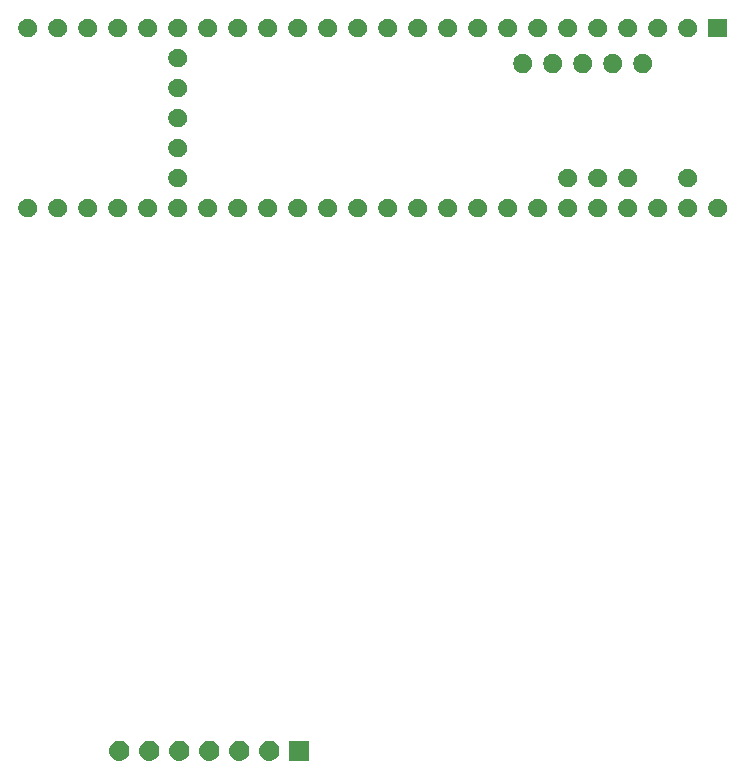
<source format=gbr>
%TF.GenerationSoftware,KiCad,Pcbnew,(5.0.1)-4*%
%TF.CreationDate,2019-11-27T13:43:37-06:00*%
%TF.ProjectId,new_synth_transistor,6E65775F73796E74685F7472616E7369,rev?*%
%TF.SameCoordinates,Original*%
%TF.FileFunction,Soldermask,Bot*%
%TF.FilePolarity,Negative*%
%FSLAX46Y46*%
G04 Gerber Fmt 4.6, Leading zero omitted, Abs format (unit mm)*
G04 Created by KiCad (PCBNEW (5.0.1)-4) date 11/27/2019 1:43:37 PM*
%MOMM*%
%LPD*%
G01*
G04 APERTURE LIST*
%ADD10C,0.100000*%
G04 APERTURE END LIST*
D10*
G36*
X243206640Y-122302640D02*
X241506640Y-122302640D01*
X241506640Y-120602640D01*
X243206640Y-120602640D01*
X243206640Y-122302640D01*
X243206640Y-122302640D01*
G37*
G36*
X239983270Y-120614939D02*
X240143495Y-120663543D01*
X240291160Y-120742471D01*
X240420589Y-120848691D01*
X240526809Y-120978120D01*
X240605737Y-121125785D01*
X240654341Y-121286010D01*
X240670752Y-121452640D01*
X240654341Y-121619270D01*
X240605737Y-121779495D01*
X240526809Y-121927160D01*
X240420589Y-122056589D01*
X240291160Y-122162809D01*
X240143495Y-122241737D01*
X239983270Y-122290341D01*
X239858392Y-122302640D01*
X239774888Y-122302640D01*
X239650010Y-122290341D01*
X239489785Y-122241737D01*
X239342120Y-122162809D01*
X239212691Y-122056589D01*
X239106471Y-121927160D01*
X239027543Y-121779495D01*
X238978939Y-121619270D01*
X238962528Y-121452640D01*
X238978939Y-121286010D01*
X239027543Y-121125785D01*
X239106471Y-120978120D01*
X239212691Y-120848691D01*
X239342120Y-120742471D01*
X239489785Y-120663543D01*
X239650010Y-120614939D01*
X239774888Y-120602640D01*
X239858392Y-120602640D01*
X239983270Y-120614939D01*
X239983270Y-120614939D01*
G37*
G36*
X227283270Y-120614939D02*
X227443495Y-120663543D01*
X227591160Y-120742471D01*
X227720589Y-120848691D01*
X227826809Y-120978120D01*
X227905737Y-121125785D01*
X227954341Y-121286010D01*
X227970752Y-121452640D01*
X227954341Y-121619270D01*
X227905737Y-121779495D01*
X227826809Y-121927160D01*
X227720589Y-122056589D01*
X227591160Y-122162809D01*
X227443495Y-122241737D01*
X227283270Y-122290341D01*
X227158392Y-122302640D01*
X227074888Y-122302640D01*
X226950010Y-122290341D01*
X226789785Y-122241737D01*
X226642120Y-122162809D01*
X226512691Y-122056589D01*
X226406471Y-121927160D01*
X226327543Y-121779495D01*
X226278939Y-121619270D01*
X226262528Y-121452640D01*
X226278939Y-121286010D01*
X226327543Y-121125785D01*
X226406471Y-120978120D01*
X226512691Y-120848691D01*
X226642120Y-120742471D01*
X226789785Y-120663543D01*
X226950010Y-120614939D01*
X227074888Y-120602640D01*
X227158392Y-120602640D01*
X227283270Y-120614939D01*
X227283270Y-120614939D01*
G37*
G36*
X229823270Y-120614939D02*
X229983495Y-120663543D01*
X230131160Y-120742471D01*
X230260589Y-120848691D01*
X230366809Y-120978120D01*
X230445737Y-121125785D01*
X230494341Y-121286010D01*
X230510752Y-121452640D01*
X230494341Y-121619270D01*
X230445737Y-121779495D01*
X230366809Y-121927160D01*
X230260589Y-122056589D01*
X230131160Y-122162809D01*
X229983495Y-122241737D01*
X229823270Y-122290341D01*
X229698392Y-122302640D01*
X229614888Y-122302640D01*
X229490010Y-122290341D01*
X229329785Y-122241737D01*
X229182120Y-122162809D01*
X229052691Y-122056589D01*
X228946471Y-121927160D01*
X228867543Y-121779495D01*
X228818939Y-121619270D01*
X228802528Y-121452640D01*
X228818939Y-121286010D01*
X228867543Y-121125785D01*
X228946471Y-120978120D01*
X229052691Y-120848691D01*
X229182120Y-120742471D01*
X229329785Y-120663543D01*
X229490010Y-120614939D01*
X229614888Y-120602640D01*
X229698392Y-120602640D01*
X229823270Y-120614939D01*
X229823270Y-120614939D01*
G37*
G36*
X234903270Y-120614939D02*
X235063495Y-120663543D01*
X235211160Y-120742471D01*
X235340589Y-120848691D01*
X235446809Y-120978120D01*
X235525737Y-121125785D01*
X235574341Y-121286010D01*
X235590752Y-121452640D01*
X235574341Y-121619270D01*
X235525737Y-121779495D01*
X235446809Y-121927160D01*
X235340589Y-122056589D01*
X235211160Y-122162809D01*
X235063495Y-122241737D01*
X234903270Y-122290341D01*
X234778392Y-122302640D01*
X234694888Y-122302640D01*
X234570010Y-122290341D01*
X234409785Y-122241737D01*
X234262120Y-122162809D01*
X234132691Y-122056589D01*
X234026471Y-121927160D01*
X233947543Y-121779495D01*
X233898939Y-121619270D01*
X233882528Y-121452640D01*
X233898939Y-121286010D01*
X233947543Y-121125785D01*
X234026471Y-120978120D01*
X234132691Y-120848691D01*
X234262120Y-120742471D01*
X234409785Y-120663543D01*
X234570010Y-120614939D01*
X234694888Y-120602640D01*
X234778392Y-120602640D01*
X234903270Y-120614939D01*
X234903270Y-120614939D01*
G37*
G36*
X237443270Y-120614939D02*
X237603495Y-120663543D01*
X237751160Y-120742471D01*
X237880589Y-120848691D01*
X237986809Y-120978120D01*
X238065737Y-121125785D01*
X238114341Y-121286010D01*
X238130752Y-121452640D01*
X238114341Y-121619270D01*
X238065737Y-121779495D01*
X237986809Y-121927160D01*
X237880589Y-122056589D01*
X237751160Y-122162809D01*
X237603495Y-122241737D01*
X237443270Y-122290341D01*
X237318392Y-122302640D01*
X237234888Y-122302640D01*
X237110010Y-122290341D01*
X236949785Y-122241737D01*
X236802120Y-122162809D01*
X236672691Y-122056589D01*
X236566471Y-121927160D01*
X236487543Y-121779495D01*
X236438939Y-121619270D01*
X236422528Y-121452640D01*
X236438939Y-121286010D01*
X236487543Y-121125785D01*
X236566471Y-120978120D01*
X236672691Y-120848691D01*
X236802120Y-120742471D01*
X236949785Y-120663543D01*
X237110010Y-120614939D01*
X237234888Y-120602640D01*
X237318392Y-120602640D01*
X237443270Y-120614939D01*
X237443270Y-120614939D01*
G37*
G36*
X232363270Y-120614939D02*
X232523495Y-120663543D01*
X232671160Y-120742471D01*
X232800589Y-120848691D01*
X232906809Y-120978120D01*
X232985737Y-121125785D01*
X233034341Y-121286010D01*
X233050752Y-121452640D01*
X233034341Y-121619270D01*
X232985737Y-121779495D01*
X232906809Y-121927160D01*
X232800589Y-122056589D01*
X232671160Y-122162809D01*
X232523495Y-122241737D01*
X232363270Y-122290341D01*
X232238392Y-122302640D01*
X232154888Y-122302640D01*
X232030010Y-122290341D01*
X231869785Y-122241737D01*
X231722120Y-122162809D01*
X231592691Y-122056589D01*
X231486471Y-121927160D01*
X231407543Y-121779495D01*
X231358939Y-121619270D01*
X231342528Y-121452640D01*
X231358939Y-121286010D01*
X231407543Y-121125785D01*
X231486471Y-120978120D01*
X231592691Y-120848691D01*
X231722120Y-120742471D01*
X231869785Y-120663543D01*
X232030010Y-120614939D01*
X232154888Y-120602640D01*
X232238392Y-120602640D01*
X232363270Y-120614939D01*
X232363270Y-120614939D01*
G37*
G36*
X222148072Y-74729703D02*
X222293661Y-74790008D01*
X222424693Y-74877561D01*
X222536119Y-74988987D01*
X222623672Y-75120019D01*
X222683977Y-75265608D01*
X222714720Y-75420165D01*
X222714720Y-75577755D01*
X222683977Y-75732312D01*
X222623672Y-75877901D01*
X222536119Y-76008933D01*
X222424693Y-76120359D01*
X222293661Y-76207912D01*
X222148072Y-76268217D01*
X221993515Y-76298960D01*
X221835925Y-76298960D01*
X221681368Y-76268217D01*
X221535779Y-76207912D01*
X221404747Y-76120359D01*
X221293321Y-76008933D01*
X221205768Y-75877901D01*
X221145463Y-75732312D01*
X221114720Y-75577755D01*
X221114720Y-75420165D01*
X221145463Y-75265608D01*
X221205768Y-75120019D01*
X221293321Y-74988987D01*
X221404747Y-74877561D01*
X221535779Y-74790008D01*
X221681368Y-74729703D01*
X221835925Y-74698960D01*
X221993515Y-74698960D01*
X222148072Y-74729703D01*
X222148072Y-74729703D01*
G37*
G36*
X278028072Y-74729703D02*
X278173661Y-74790008D01*
X278304693Y-74877561D01*
X278416119Y-74988987D01*
X278503672Y-75120019D01*
X278563977Y-75265608D01*
X278594720Y-75420165D01*
X278594720Y-75577755D01*
X278563977Y-75732312D01*
X278503672Y-75877901D01*
X278416119Y-76008933D01*
X278304693Y-76120359D01*
X278173661Y-76207912D01*
X278028072Y-76268217D01*
X277873515Y-76298960D01*
X277715925Y-76298960D01*
X277561368Y-76268217D01*
X277415779Y-76207912D01*
X277284747Y-76120359D01*
X277173321Y-76008933D01*
X277085768Y-75877901D01*
X277025463Y-75732312D01*
X276994720Y-75577755D01*
X276994720Y-75420165D01*
X277025463Y-75265608D01*
X277085768Y-75120019D01*
X277173321Y-74988987D01*
X277284747Y-74877561D01*
X277415779Y-74790008D01*
X277561368Y-74729703D01*
X277715925Y-74698960D01*
X277873515Y-74698960D01*
X278028072Y-74729703D01*
X278028072Y-74729703D01*
G37*
G36*
X275488072Y-74729703D02*
X275633661Y-74790008D01*
X275764693Y-74877561D01*
X275876119Y-74988987D01*
X275963672Y-75120019D01*
X276023977Y-75265608D01*
X276054720Y-75420165D01*
X276054720Y-75577755D01*
X276023977Y-75732312D01*
X275963672Y-75877901D01*
X275876119Y-76008933D01*
X275764693Y-76120359D01*
X275633661Y-76207912D01*
X275488072Y-76268217D01*
X275333515Y-76298960D01*
X275175925Y-76298960D01*
X275021368Y-76268217D01*
X274875779Y-76207912D01*
X274744747Y-76120359D01*
X274633321Y-76008933D01*
X274545768Y-75877901D01*
X274485463Y-75732312D01*
X274454720Y-75577755D01*
X274454720Y-75420165D01*
X274485463Y-75265608D01*
X274545768Y-75120019D01*
X274633321Y-74988987D01*
X274744747Y-74877561D01*
X274875779Y-74790008D01*
X275021368Y-74729703D01*
X275175925Y-74698960D01*
X275333515Y-74698960D01*
X275488072Y-74729703D01*
X275488072Y-74729703D01*
G37*
G36*
X270408072Y-74729703D02*
X270553661Y-74790008D01*
X270684693Y-74877561D01*
X270796119Y-74988987D01*
X270883672Y-75120019D01*
X270943977Y-75265608D01*
X270974720Y-75420165D01*
X270974720Y-75577755D01*
X270943977Y-75732312D01*
X270883672Y-75877901D01*
X270796119Y-76008933D01*
X270684693Y-76120359D01*
X270553661Y-76207912D01*
X270408072Y-76268217D01*
X270253515Y-76298960D01*
X270095925Y-76298960D01*
X269941368Y-76268217D01*
X269795779Y-76207912D01*
X269664747Y-76120359D01*
X269553321Y-76008933D01*
X269465768Y-75877901D01*
X269405463Y-75732312D01*
X269374720Y-75577755D01*
X269374720Y-75420165D01*
X269405463Y-75265608D01*
X269465768Y-75120019D01*
X269553321Y-74988987D01*
X269664747Y-74877561D01*
X269795779Y-74790008D01*
X269941368Y-74729703D01*
X270095925Y-74698960D01*
X270253515Y-74698960D01*
X270408072Y-74729703D01*
X270408072Y-74729703D01*
G37*
G36*
X267868072Y-74729703D02*
X268013661Y-74790008D01*
X268144693Y-74877561D01*
X268256119Y-74988987D01*
X268343672Y-75120019D01*
X268403977Y-75265608D01*
X268434720Y-75420165D01*
X268434720Y-75577755D01*
X268403977Y-75732312D01*
X268343672Y-75877901D01*
X268256119Y-76008933D01*
X268144693Y-76120359D01*
X268013661Y-76207912D01*
X267868072Y-76268217D01*
X267713515Y-76298960D01*
X267555925Y-76298960D01*
X267401368Y-76268217D01*
X267255779Y-76207912D01*
X267124747Y-76120359D01*
X267013321Y-76008933D01*
X266925768Y-75877901D01*
X266865463Y-75732312D01*
X266834720Y-75577755D01*
X266834720Y-75420165D01*
X266865463Y-75265608D01*
X266925768Y-75120019D01*
X267013321Y-74988987D01*
X267124747Y-74877561D01*
X267255779Y-74790008D01*
X267401368Y-74729703D01*
X267555925Y-74698960D01*
X267713515Y-74698960D01*
X267868072Y-74729703D01*
X267868072Y-74729703D01*
G37*
G36*
X265328072Y-74729703D02*
X265473661Y-74790008D01*
X265604693Y-74877561D01*
X265716119Y-74988987D01*
X265803672Y-75120019D01*
X265863977Y-75265608D01*
X265894720Y-75420165D01*
X265894720Y-75577755D01*
X265863977Y-75732312D01*
X265803672Y-75877901D01*
X265716119Y-76008933D01*
X265604693Y-76120359D01*
X265473661Y-76207912D01*
X265328072Y-76268217D01*
X265173515Y-76298960D01*
X265015925Y-76298960D01*
X264861368Y-76268217D01*
X264715779Y-76207912D01*
X264584747Y-76120359D01*
X264473321Y-76008933D01*
X264385768Y-75877901D01*
X264325463Y-75732312D01*
X264294720Y-75577755D01*
X264294720Y-75420165D01*
X264325463Y-75265608D01*
X264385768Y-75120019D01*
X264473321Y-74988987D01*
X264584747Y-74877561D01*
X264715779Y-74790008D01*
X264861368Y-74729703D01*
X265015925Y-74698960D01*
X265173515Y-74698960D01*
X265328072Y-74729703D01*
X265328072Y-74729703D01*
G37*
G36*
X262788072Y-74729703D02*
X262933661Y-74790008D01*
X263064693Y-74877561D01*
X263176119Y-74988987D01*
X263263672Y-75120019D01*
X263323977Y-75265608D01*
X263354720Y-75420165D01*
X263354720Y-75577755D01*
X263323977Y-75732312D01*
X263263672Y-75877901D01*
X263176119Y-76008933D01*
X263064693Y-76120359D01*
X262933661Y-76207912D01*
X262788072Y-76268217D01*
X262633515Y-76298960D01*
X262475925Y-76298960D01*
X262321368Y-76268217D01*
X262175779Y-76207912D01*
X262044747Y-76120359D01*
X261933321Y-76008933D01*
X261845768Y-75877901D01*
X261785463Y-75732312D01*
X261754720Y-75577755D01*
X261754720Y-75420165D01*
X261785463Y-75265608D01*
X261845768Y-75120019D01*
X261933321Y-74988987D01*
X262044747Y-74877561D01*
X262175779Y-74790008D01*
X262321368Y-74729703D01*
X262475925Y-74698960D01*
X262633515Y-74698960D01*
X262788072Y-74729703D01*
X262788072Y-74729703D01*
G37*
G36*
X260248072Y-74729703D02*
X260393661Y-74790008D01*
X260524693Y-74877561D01*
X260636119Y-74988987D01*
X260723672Y-75120019D01*
X260783977Y-75265608D01*
X260814720Y-75420165D01*
X260814720Y-75577755D01*
X260783977Y-75732312D01*
X260723672Y-75877901D01*
X260636119Y-76008933D01*
X260524693Y-76120359D01*
X260393661Y-76207912D01*
X260248072Y-76268217D01*
X260093515Y-76298960D01*
X259935925Y-76298960D01*
X259781368Y-76268217D01*
X259635779Y-76207912D01*
X259504747Y-76120359D01*
X259393321Y-76008933D01*
X259305768Y-75877901D01*
X259245463Y-75732312D01*
X259214720Y-75577755D01*
X259214720Y-75420165D01*
X259245463Y-75265608D01*
X259305768Y-75120019D01*
X259393321Y-74988987D01*
X259504747Y-74877561D01*
X259635779Y-74790008D01*
X259781368Y-74729703D01*
X259935925Y-74698960D01*
X260093515Y-74698960D01*
X260248072Y-74729703D01*
X260248072Y-74729703D01*
G37*
G36*
X257708072Y-74729703D02*
X257853661Y-74790008D01*
X257984693Y-74877561D01*
X258096119Y-74988987D01*
X258183672Y-75120019D01*
X258243977Y-75265608D01*
X258274720Y-75420165D01*
X258274720Y-75577755D01*
X258243977Y-75732312D01*
X258183672Y-75877901D01*
X258096119Y-76008933D01*
X257984693Y-76120359D01*
X257853661Y-76207912D01*
X257708072Y-76268217D01*
X257553515Y-76298960D01*
X257395925Y-76298960D01*
X257241368Y-76268217D01*
X257095779Y-76207912D01*
X256964747Y-76120359D01*
X256853321Y-76008933D01*
X256765768Y-75877901D01*
X256705463Y-75732312D01*
X256674720Y-75577755D01*
X256674720Y-75420165D01*
X256705463Y-75265608D01*
X256765768Y-75120019D01*
X256853321Y-74988987D01*
X256964747Y-74877561D01*
X257095779Y-74790008D01*
X257241368Y-74729703D01*
X257395925Y-74698960D01*
X257553515Y-74698960D01*
X257708072Y-74729703D01*
X257708072Y-74729703D01*
G37*
G36*
X255168072Y-74729703D02*
X255313661Y-74790008D01*
X255444693Y-74877561D01*
X255556119Y-74988987D01*
X255643672Y-75120019D01*
X255703977Y-75265608D01*
X255734720Y-75420165D01*
X255734720Y-75577755D01*
X255703977Y-75732312D01*
X255643672Y-75877901D01*
X255556119Y-76008933D01*
X255444693Y-76120359D01*
X255313661Y-76207912D01*
X255168072Y-76268217D01*
X255013515Y-76298960D01*
X254855925Y-76298960D01*
X254701368Y-76268217D01*
X254555779Y-76207912D01*
X254424747Y-76120359D01*
X254313321Y-76008933D01*
X254225768Y-75877901D01*
X254165463Y-75732312D01*
X254134720Y-75577755D01*
X254134720Y-75420165D01*
X254165463Y-75265608D01*
X254225768Y-75120019D01*
X254313321Y-74988987D01*
X254424747Y-74877561D01*
X254555779Y-74790008D01*
X254701368Y-74729703D01*
X254855925Y-74698960D01*
X255013515Y-74698960D01*
X255168072Y-74729703D01*
X255168072Y-74729703D01*
G37*
G36*
X252628072Y-74729703D02*
X252773661Y-74790008D01*
X252904693Y-74877561D01*
X253016119Y-74988987D01*
X253103672Y-75120019D01*
X253163977Y-75265608D01*
X253194720Y-75420165D01*
X253194720Y-75577755D01*
X253163977Y-75732312D01*
X253103672Y-75877901D01*
X253016119Y-76008933D01*
X252904693Y-76120359D01*
X252773661Y-76207912D01*
X252628072Y-76268217D01*
X252473515Y-76298960D01*
X252315925Y-76298960D01*
X252161368Y-76268217D01*
X252015779Y-76207912D01*
X251884747Y-76120359D01*
X251773321Y-76008933D01*
X251685768Y-75877901D01*
X251625463Y-75732312D01*
X251594720Y-75577755D01*
X251594720Y-75420165D01*
X251625463Y-75265608D01*
X251685768Y-75120019D01*
X251773321Y-74988987D01*
X251884747Y-74877561D01*
X252015779Y-74790008D01*
X252161368Y-74729703D01*
X252315925Y-74698960D01*
X252473515Y-74698960D01*
X252628072Y-74729703D01*
X252628072Y-74729703D01*
G37*
G36*
X250088072Y-74729703D02*
X250233661Y-74790008D01*
X250364693Y-74877561D01*
X250476119Y-74988987D01*
X250563672Y-75120019D01*
X250623977Y-75265608D01*
X250654720Y-75420165D01*
X250654720Y-75577755D01*
X250623977Y-75732312D01*
X250563672Y-75877901D01*
X250476119Y-76008933D01*
X250364693Y-76120359D01*
X250233661Y-76207912D01*
X250088072Y-76268217D01*
X249933515Y-76298960D01*
X249775925Y-76298960D01*
X249621368Y-76268217D01*
X249475779Y-76207912D01*
X249344747Y-76120359D01*
X249233321Y-76008933D01*
X249145768Y-75877901D01*
X249085463Y-75732312D01*
X249054720Y-75577755D01*
X249054720Y-75420165D01*
X249085463Y-75265608D01*
X249145768Y-75120019D01*
X249233321Y-74988987D01*
X249344747Y-74877561D01*
X249475779Y-74790008D01*
X249621368Y-74729703D01*
X249775925Y-74698960D01*
X249933515Y-74698960D01*
X250088072Y-74729703D01*
X250088072Y-74729703D01*
G37*
G36*
X272948072Y-74729703D02*
X273093661Y-74790008D01*
X273224693Y-74877561D01*
X273336119Y-74988987D01*
X273423672Y-75120019D01*
X273483977Y-75265608D01*
X273514720Y-75420165D01*
X273514720Y-75577755D01*
X273483977Y-75732312D01*
X273423672Y-75877901D01*
X273336119Y-76008933D01*
X273224693Y-76120359D01*
X273093661Y-76207912D01*
X272948072Y-76268217D01*
X272793515Y-76298960D01*
X272635925Y-76298960D01*
X272481368Y-76268217D01*
X272335779Y-76207912D01*
X272204747Y-76120359D01*
X272093321Y-76008933D01*
X272005768Y-75877901D01*
X271945463Y-75732312D01*
X271914720Y-75577755D01*
X271914720Y-75420165D01*
X271945463Y-75265608D01*
X272005768Y-75120019D01*
X272093321Y-74988987D01*
X272204747Y-74877561D01*
X272335779Y-74790008D01*
X272481368Y-74729703D01*
X272635925Y-74698960D01*
X272793515Y-74698960D01*
X272948072Y-74729703D01*
X272948072Y-74729703D01*
G37*
G36*
X224688072Y-74729703D02*
X224833661Y-74790008D01*
X224964693Y-74877561D01*
X225076119Y-74988987D01*
X225163672Y-75120019D01*
X225223977Y-75265608D01*
X225254720Y-75420165D01*
X225254720Y-75577755D01*
X225223977Y-75732312D01*
X225163672Y-75877901D01*
X225076119Y-76008933D01*
X224964693Y-76120359D01*
X224833661Y-76207912D01*
X224688072Y-76268217D01*
X224533515Y-76298960D01*
X224375925Y-76298960D01*
X224221368Y-76268217D01*
X224075779Y-76207912D01*
X223944747Y-76120359D01*
X223833321Y-76008933D01*
X223745768Y-75877901D01*
X223685463Y-75732312D01*
X223654720Y-75577755D01*
X223654720Y-75420165D01*
X223685463Y-75265608D01*
X223745768Y-75120019D01*
X223833321Y-74988987D01*
X223944747Y-74877561D01*
X224075779Y-74790008D01*
X224221368Y-74729703D01*
X224375925Y-74698960D01*
X224533515Y-74698960D01*
X224688072Y-74729703D01*
X224688072Y-74729703D01*
G37*
G36*
X227228072Y-74729703D02*
X227373661Y-74790008D01*
X227504693Y-74877561D01*
X227616119Y-74988987D01*
X227703672Y-75120019D01*
X227763977Y-75265608D01*
X227794720Y-75420165D01*
X227794720Y-75577755D01*
X227763977Y-75732312D01*
X227703672Y-75877901D01*
X227616119Y-76008933D01*
X227504693Y-76120359D01*
X227373661Y-76207912D01*
X227228072Y-76268217D01*
X227073515Y-76298960D01*
X226915925Y-76298960D01*
X226761368Y-76268217D01*
X226615779Y-76207912D01*
X226484747Y-76120359D01*
X226373321Y-76008933D01*
X226285768Y-75877901D01*
X226225463Y-75732312D01*
X226194720Y-75577755D01*
X226194720Y-75420165D01*
X226225463Y-75265608D01*
X226285768Y-75120019D01*
X226373321Y-74988987D01*
X226484747Y-74877561D01*
X226615779Y-74790008D01*
X226761368Y-74729703D01*
X226915925Y-74698960D01*
X227073515Y-74698960D01*
X227228072Y-74729703D01*
X227228072Y-74729703D01*
G37*
G36*
X229768072Y-74729703D02*
X229913661Y-74790008D01*
X230044693Y-74877561D01*
X230156119Y-74988987D01*
X230243672Y-75120019D01*
X230303977Y-75265608D01*
X230334720Y-75420165D01*
X230334720Y-75577755D01*
X230303977Y-75732312D01*
X230243672Y-75877901D01*
X230156119Y-76008933D01*
X230044693Y-76120359D01*
X229913661Y-76207912D01*
X229768072Y-76268217D01*
X229613515Y-76298960D01*
X229455925Y-76298960D01*
X229301368Y-76268217D01*
X229155779Y-76207912D01*
X229024747Y-76120359D01*
X228913321Y-76008933D01*
X228825768Y-75877901D01*
X228765463Y-75732312D01*
X228734720Y-75577755D01*
X228734720Y-75420165D01*
X228765463Y-75265608D01*
X228825768Y-75120019D01*
X228913321Y-74988987D01*
X229024747Y-74877561D01*
X229155779Y-74790008D01*
X229301368Y-74729703D01*
X229455925Y-74698960D01*
X229613515Y-74698960D01*
X229768072Y-74729703D01*
X229768072Y-74729703D01*
G37*
G36*
X232308072Y-74729703D02*
X232453661Y-74790008D01*
X232584693Y-74877561D01*
X232696119Y-74988987D01*
X232783672Y-75120019D01*
X232843977Y-75265608D01*
X232874720Y-75420165D01*
X232874720Y-75577755D01*
X232843977Y-75732312D01*
X232783672Y-75877901D01*
X232696119Y-76008933D01*
X232584693Y-76120359D01*
X232453661Y-76207912D01*
X232308072Y-76268217D01*
X232153515Y-76298960D01*
X231995925Y-76298960D01*
X231841368Y-76268217D01*
X231695779Y-76207912D01*
X231564747Y-76120359D01*
X231453321Y-76008933D01*
X231365768Y-75877901D01*
X231305463Y-75732312D01*
X231274720Y-75577755D01*
X231274720Y-75420165D01*
X231305463Y-75265608D01*
X231365768Y-75120019D01*
X231453321Y-74988987D01*
X231564747Y-74877561D01*
X231695779Y-74790008D01*
X231841368Y-74729703D01*
X231995925Y-74698960D01*
X232153515Y-74698960D01*
X232308072Y-74729703D01*
X232308072Y-74729703D01*
G37*
G36*
X234848072Y-74729703D02*
X234993661Y-74790008D01*
X235124693Y-74877561D01*
X235236119Y-74988987D01*
X235323672Y-75120019D01*
X235383977Y-75265608D01*
X235414720Y-75420165D01*
X235414720Y-75577755D01*
X235383977Y-75732312D01*
X235323672Y-75877901D01*
X235236119Y-76008933D01*
X235124693Y-76120359D01*
X234993661Y-76207912D01*
X234848072Y-76268217D01*
X234693515Y-76298960D01*
X234535925Y-76298960D01*
X234381368Y-76268217D01*
X234235779Y-76207912D01*
X234104747Y-76120359D01*
X233993321Y-76008933D01*
X233905768Y-75877901D01*
X233845463Y-75732312D01*
X233814720Y-75577755D01*
X233814720Y-75420165D01*
X233845463Y-75265608D01*
X233905768Y-75120019D01*
X233993321Y-74988987D01*
X234104747Y-74877561D01*
X234235779Y-74790008D01*
X234381368Y-74729703D01*
X234535925Y-74698960D01*
X234693515Y-74698960D01*
X234848072Y-74729703D01*
X234848072Y-74729703D01*
G37*
G36*
X237388072Y-74729703D02*
X237533661Y-74790008D01*
X237664693Y-74877561D01*
X237776119Y-74988987D01*
X237863672Y-75120019D01*
X237923977Y-75265608D01*
X237954720Y-75420165D01*
X237954720Y-75577755D01*
X237923977Y-75732312D01*
X237863672Y-75877901D01*
X237776119Y-76008933D01*
X237664693Y-76120359D01*
X237533661Y-76207912D01*
X237388072Y-76268217D01*
X237233515Y-76298960D01*
X237075925Y-76298960D01*
X236921368Y-76268217D01*
X236775779Y-76207912D01*
X236644747Y-76120359D01*
X236533321Y-76008933D01*
X236445768Y-75877901D01*
X236385463Y-75732312D01*
X236354720Y-75577755D01*
X236354720Y-75420165D01*
X236385463Y-75265608D01*
X236445768Y-75120019D01*
X236533321Y-74988987D01*
X236644747Y-74877561D01*
X236775779Y-74790008D01*
X236921368Y-74729703D01*
X237075925Y-74698960D01*
X237233515Y-74698960D01*
X237388072Y-74729703D01*
X237388072Y-74729703D01*
G37*
G36*
X239928072Y-74729703D02*
X240073661Y-74790008D01*
X240204693Y-74877561D01*
X240316119Y-74988987D01*
X240403672Y-75120019D01*
X240463977Y-75265608D01*
X240494720Y-75420165D01*
X240494720Y-75577755D01*
X240463977Y-75732312D01*
X240403672Y-75877901D01*
X240316119Y-76008933D01*
X240204693Y-76120359D01*
X240073661Y-76207912D01*
X239928072Y-76268217D01*
X239773515Y-76298960D01*
X239615925Y-76298960D01*
X239461368Y-76268217D01*
X239315779Y-76207912D01*
X239184747Y-76120359D01*
X239073321Y-76008933D01*
X238985768Y-75877901D01*
X238925463Y-75732312D01*
X238894720Y-75577755D01*
X238894720Y-75420165D01*
X238925463Y-75265608D01*
X238985768Y-75120019D01*
X239073321Y-74988987D01*
X239184747Y-74877561D01*
X239315779Y-74790008D01*
X239461368Y-74729703D01*
X239615925Y-74698960D01*
X239773515Y-74698960D01*
X239928072Y-74729703D01*
X239928072Y-74729703D01*
G37*
G36*
X242468072Y-74729703D02*
X242613661Y-74790008D01*
X242744693Y-74877561D01*
X242856119Y-74988987D01*
X242943672Y-75120019D01*
X243003977Y-75265608D01*
X243034720Y-75420165D01*
X243034720Y-75577755D01*
X243003977Y-75732312D01*
X242943672Y-75877901D01*
X242856119Y-76008933D01*
X242744693Y-76120359D01*
X242613661Y-76207912D01*
X242468072Y-76268217D01*
X242313515Y-76298960D01*
X242155925Y-76298960D01*
X242001368Y-76268217D01*
X241855779Y-76207912D01*
X241724747Y-76120359D01*
X241613321Y-76008933D01*
X241525768Y-75877901D01*
X241465463Y-75732312D01*
X241434720Y-75577755D01*
X241434720Y-75420165D01*
X241465463Y-75265608D01*
X241525768Y-75120019D01*
X241613321Y-74988987D01*
X241724747Y-74877561D01*
X241855779Y-74790008D01*
X242001368Y-74729703D01*
X242155925Y-74698960D01*
X242313515Y-74698960D01*
X242468072Y-74729703D01*
X242468072Y-74729703D01*
G37*
G36*
X245008072Y-74729703D02*
X245153661Y-74790008D01*
X245284693Y-74877561D01*
X245396119Y-74988987D01*
X245483672Y-75120019D01*
X245543977Y-75265608D01*
X245574720Y-75420165D01*
X245574720Y-75577755D01*
X245543977Y-75732312D01*
X245483672Y-75877901D01*
X245396119Y-76008933D01*
X245284693Y-76120359D01*
X245153661Y-76207912D01*
X245008072Y-76268217D01*
X244853515Y-76298960D01*
X244695925Y-76298960D01*
X244541368Y-76268217D01*
X244395779Y-76207912D01*
X244264747Y-76120359D01*
X244153321Y-76008933D01*
X244065768Y-75877901D01*
X244005463Y-75732312D01*
X243974720Y-75577755D01*
X243974720Y-75420165D01*
X244005463Y-75265608D01*
X244065768Y-75120019D01*
X244153321Y-74988987D01*
X244264747Y-74877561D01*
X244395779Y-74790008D01*
X244541368Y-74729703D01*
X244695925Y-74698960D01*
X244853515Y-74698960D01*
X245008072Y-74729703D01*
X245008072Y-74729703D01*
G37*
G36*
X219608072Y-74729703D02*
X219753661Y-74790008D01*
X219884693Y-74877561D01*
X219996119Y-74988987D01*
X220083672Y-75120019D01*
X220143977Y-75265608D01*
X220174720Y-75420165D01*
X220174720Y-75577755D01*
X220143977Y-75732312D01*
X220083672Y-75877901D01*
X219996119Y-76008933D01*
X219884693Y-76120359D01*
X219753661Y-76207912D01*
X219608072Y-76268217D01*
X219453515Y-76298960D01*
X219295925Y-76298960D01*
X219141368Y-76268217D01*
X218995779Y-76207912D01*
X218864747Y-76120359D01*
X218753321Y-76008933D01*
X218665768Y-75877901D01*
X218605463Y-75732312D01*
X218574720Y-75577755D01*
X218574720Y-75420165D01*
X218605463Y-75265608D01*
X218665768Y-75120019D01*
X218753321Y-74988987D01*
X218864747Y-74877561D01*
X218995779Y-74790008D01*
X219141368Y-74729703D01*
X219295925Y-74698960D01*
X219453515Y-74698960D01*
X219608072Y-74729703D01*
X219608072Y-74729703D01*
G37*
G36*
X247548072Y-74729703D02*
X247693661Y-74790008D01*
X247824693Y-74877561D01*
X247936119Y-74988987D01*
X248023672Y-75120019D01*
X248083977Y-75265608D01*
X248114720Y-75420165D01*
X248114720Y-75577755D01*
X248083977Y-75732312D01*
X248023672Y-75877901D01*
X247936119Y-76008933D01*
X247824693Y-76120359D01*
X247693661Y-76207912D01*
X247548072Y-76268217D01*
X247393515Y-76298960D01*
X247235925Y-76298960D01*
X247081368Y-76268217D01*
X246935779Y-76207912D01*
X246804747Y-76120359D01*
X246693321Y-76008933D01*
X246605768Y-75877901D01*
X246545463Y-75732312D01*
X246514720Y-75577755D01*
X246514720Y-75420165D01*
X246545463Y-75265608D01*
X246605768Y-75120019D01*
X246693321Y-74988987D01*
X246804747Y-74877561D01*
X246935779Y-74790008D01*
X247081368Y-74729703D01*
X247235925Y-74698960D01*
X247393515Y-74698960D01*
X247548072Y-74729703D01*
X247548072Y-74729703D01*
G37*
G36*
X232308072Y-72189703D02*
X232453661Y-72250008D01*
X232584693Y-72337561D01*
X232696119Y-72448987D01*
X232783672Y-72580019D01*
X232843977Y-72725608D01*
X232874720Y-72880165D01*
X232874720Y-73037755D01*
X232843977Y-73192312D01*
X232783672Y-73337901D01*
X232696119Y-73468933D01*
X232584693Y-73580359D01*
X232453661Y-73667912D01*
X232308072Y-73728217D01*
X232153515Y-73758960D01*
X231995925Y-73758960D01*
X231841368Y-73728217D01*
X231695779Y-73667912D01*
X231564747Y-73580359D01*
X231453321Y-73468933D01*
X231365768Y-73337901D01*
X231305463Y-73192312D01*
X231274720Y-73037755D01*
X231274720Y-72880165D01*
X231305463Y-72725608D01*
X231365768Y-72580019D01*
X231453321Y-72448987D01*
X231564747Y-72337561D01*
X231695779Y-72250008D01*
X231841368Y-72189703D01*
X231995925Y-72158960D01*
X232153515Y-72158960D01*
X232308072Y-72189703D01*
X232308072Y-72189703D01*
G37*
G36*
X275488072Y-72189703D02*
X275633661Y-72250008D01*
X275764693Y-72337561D01*
X275876119Y-72448987D01*
X275963672Y-72580019D01*
X276023977Y-72725608D01*
X276054720Y-72880165D01*
X276054720Y-73037755D01*
X276023977Y-73192312D01*
X275963672Y-73337901D01*
X275876119Y-73468933D01*
X275764693Y-73580359D01*
X275633661Y-73667912D01*
X275488072Y-73728217D01*
X275333515Y-73758960D01*
X275175925Y-73758960D01*
X275021368Y-73728217D01*
X274875779Y-73667912D01*
X274744747Y-73580359D01*
X274633321Y-73468933D01*
X274545768Y-73337901D01*
X274485463Y-73192312D01*
X274454720Y-73037755D01*
X274454720Y-72880165D01*
X274485463Y-72725608D01*
X274545768Y-72580019D01*
X274633321Y-72448987D01*
X274744747Y-72337561D01*
X274875779Y-72250008D01*
X275021368Y-72189703D01*
X275175925Y-72158960D01*
X275333515Y-72158960D01*
X275488072Y-72189703D01*
X275488072Y-72189703D01*
G37*
G36*
X267868072Y-72189703D02*
X268013661Y-72250008D01*
X268144693Y-72337561D01*
X268256119Y-72448987D01*
X268343672Y-72580019D01*
X268403977Y-72725608D01*
X268434720Y-72880165D01*
X268434720Y-73037755D01*
X268403977Y-73192312D01*
X268343672Y-73337901D01*
X268256119Y-73468933D01*
X268144693Y-73580359D01*
X268013661Y-73667912D01*
X267868072Y-73728217D01*
X267713515Y-73758960D01*
X267555925Y-73758960D01*
X267401368Y-73728217D01*
X267255779Y-73667912D01*
X267124747Y-73580359D01*
X267013321Y-73468933D01*
X266925768Y-73337901D01*
X266865463Y-73192312D01*
X266834720Y-73037755D01*
X266834720Y-72880165D01*
X266865463Y-72725608D01*
X266925768Y-72580019D01*
X267013321Y-72448987D01*
X267124747Y-72337561D01*
X267255779Y-72250008D01*
X267401368Y-72189703D01*
X267555925Y-72158960D01*
X267713515Y-72158960D01*
X267868072Y-72189703D01*
X267868072Y-72189703D01*
G37*
G36*
X270408072Y-72189703D02*
X270553661Y-72250008D01*
X270684693Y-72337561D01*
X270796119Y-72448987D01*
X270883672Y-72580019D01*
X270943977Y-72725608D01*
X270974720Y-72880165D01*
X270974720Y-73037755D01*
X270943977Y-73192312D01*
X270883672Y-73337901D01*
X270796119Y-73468933D01*
X270684693Y-73580359D01*
X270553661Y-73667912D01*
X270408072Y-73728217D01*
X270253515Y-73758960D01*
X270095925Y-73758960D01*
X269941368Y-73728217D01*
X269795779Y-73667912D01*
X269664747Y-73580359D01*
X269553321Y-73468933D01*
X269465768Y-73337901D01*
X269405463Y-73192312D01*
X269374720Y-73037755D01*
X269374720Y-72880165D01*
X269405463Y-72725608D01*
X269465768Y-72580019D01*
X269553321Y-72448987D01*
X269664747Y-72337561D01*
X269795779Y-72250008D01*
X269941368Y-72189703D01*
X270095925Y-72158960D01*
X270253515Y-72158960D01*
X270408072Y-72189703D01*
X270408072Y-72189703D01*
G37*
G36*
X265328072Y-72189703D02*
X265473661Y-72250008D01*
X265604693Y-72337561D01*
X265716119Y-72448987D01*
X265803672Y-72580019D01*
X265863977Y-72725608D01*
X265894720Y-72880165D01*
X265894720Y-73037755D01*
X265863977Y-73192312D01*
X265803672Y-73337901D01*
X265716119Y-73468933D01*
X265604693Y-73580359D01*
X265473661Y-73667912D01*
X265328072Y-73728217D01*
X265173515Y-73758960D01*
X265015925Y-73758960D01*
X264861368Y-73728217D01*
X264715779Y-73667912D01*
X264584747Y-73580359D01*
X264473321Y-73468933D01*
X264385768Y-73337901D01*
X264325463Y-73192312D01*
X264294720Y-73037755D01*
X264294720Y-72880165D01*
X264325463Y-72725608D01*
X264385768Y-72580019D01*
X264473321Y-72448987D01*
X264584747Y-72337561D01*
X264715779Y-72250008D01*
X264861368Y-72189703D01*
X265015925Y-72158960D01*
X265173515Y-72158960D01*
X265328072Y-72189703D01*
X265328072Y-72189703D01*
G37*
G36*
X232308072Y-69649703D02*
X232453661Y-69710008D01*
X232584693Y-69797561D01*
X232696119Y-69908987D01*
X232783672Y-70040019D01*
X232843977Y-70185608D01*
X232874720Y-70340165D01*
X232874720Y-70497755D01*
X232843977Y-70652312D01*
X232783672Y-70797901D01*
X232696119Y-70928933D01*
X232584693Y-71040359D01*
X232453661Y-71127912D01*
X232308072Y-71188217D01*
X232153515Y-71218960D01*
X231995925Y-71218960D01*
X231841368Y-71188217D01*
X231695779Y-71127912D01*
X231564747Y-71040359D01*
X231453321Y-70928933D01*
X231365768Y-70797901D01*
X231305463Y-70652312D01*
X231274720Y-70497755D01*
X231274720Y-70340165D01*
X231305463Y-70185608D01*
X231365768Y-70040019D01*
X231453321Y-69908987D01*
X231564747Y-69797561D01*
X231695779Y-69710008D01*
X231841368Y-69649703D01*
X231995925Y-69618960D01*
X232153515Y-69618960D01*
X232308072Y-69649703D01*
X232308072Y-69649703D01*
G37*
G36*
X232308072Y-67109703D02*
X232453661Y-67170008D01*
X232584693Y-67257561D01*
X232696119Y-67368987D01*
X232783672Y-67500019D01*
X232843977Y-67645608D01*
X232874720Y-67800165D01*
X232874720Y-67957755D01*
X232843977Y-68112312D01*
X232783672Y-68257901D01*
X232696119Y-68388933D01*
X232584693Y-68500359D01*
X232453661Y-68587912D01*
X232308072Y-68648217D01*
X232153515Y-68678960D01*
X231995925Y-68678960D01*
X231841368Y-68648217D01*
X231695779Y-68587912D01*
X231564747Y-68500359D01*
X231453321Y-68388933D01*
X231365768Y-68257901D01*
X231305463Y-68112312D01*
X231274720Y-67957755D01*
X231274720Y-67800165D01*
X231305463Y-67645608D01*
X231365768Y-67500019D01*
X231453321Y-67368987D01*
X231564747Y-67257561D01*
X231695779Y-67170008D01*
X231841368Y-67109703D01*
X231995925Y-67078960D01*
X232153515Y-67078960D01*
X232308072Y-67109703D01*
X232308072Y-67109703D01*
G37*
G36*
X232308072Y-64569703D02*
X232453661Y-64630008D01*
X232584693Y-64717561D01*
X232696119Y-64828987D01*
X232783672Y-64960019D01*
X232843977Y-65105608D01*
X232874720Y-65260165D01*
X232874720Y-65417755D01*
X232843977Y-65572312D01*
X232783672Y-65717901D01*
X232696119Y-65848933D01*
X232584693Y-65960359D01*
X232453661Y-66047912D01*
X232308072Y-66108217D01*
X232153515Y-66138960D01*
X231995925Y-66138960D01*
X231841368Y-66108217D01*
X231695779Y-66047912D01*
X231564747Y-65960359D01*
X231453321Y-65848933D01*
X231365768Y-65717901D01*
X231305463Y-65572312D01*
X231274720Y-65417755D01*
X231274720Y-65260165D01*
X231305463Y-65105608D01*
X231365768Y-64960019D01*
X231453321Y-64828987D01*
X231564747Y-64717561D01*
X231695779Y-64630008D01*
X231841368Y-64569703D01*
X231995925Y-64538960D01*
X232153515Y-64538960D01*
X232308072Y-64569703D01*
X232308072Y-64569703D01*
G37*
G36*
X266598072Y-62489703D02*
X266743661Y-62550008D01*
X266874693Y-62637561D01*
X266986119Y-62748987D01*
X267073672Y-62880019D01*
X267133977Y-63025608D01*
X267164720Y-63180165D01*
X267164720Y-63337755D01*
X267133977Y-63492312D01*
X267073672Y-63637901D01*
X266986119Y-63768933D01*
X266874693Y-63880359D01*
X266743661Y-63967912D01*
X266598072Y-64028217D01*
X266443515Y-64058960D01*
X266285925Y-64058960D01*
X266131368Y-64028217D01*
X265985779Y-63967912D01*
X265854747Y-63880359D01*
X265743321Y-63768933D01*
X265655768Y-63637901D01*
X265595463Y-63492312D01*
X265564720Y-63337755D01*
X265564720Y-63180165D01*
X265595463Y-63025608D01*
X265655768Y-62880019D01*
X265743321Y-62748987D01*
X265854747Y-62637561D01*
X265985779Y-62550008D01*
X266131368Y-62489703D01*
X266285925Y-62458960D01*
X266443515Y-62458960D01*
X266598072Y-62489703D01*
X266598072Y-62489703D01*
G37*
G36*
X271678072Y-62489703D02*
X271823661Y-62550008D01*
X271954693Y-62637561D01*
X272066119Y-62748987D01*
X272153672Y-62880019D01*
X272213977Y-63025608D01*
X272244720Y-63180165D01*
X272244720Y-63337755D01*
X272213977Y-63492312D01*
X272153672Y-63637901D01*
X272066119Y-63768933D01*
X271954693Y-63880359D01*
X271823661Y-63967912D01*
X271678072Y-64028217D01*
X271523515Y-64058960D01*
X271365925Y-64058960D01*
X271211368Y-64028217D01*
X271065779Y-63967912D01*
X270934747Y-63880359D01*
X270823321Y-63768933D01*
X270735768Y-63637901D01*
X270675463Y-63492312D01*
X270644720Y-63337755D01*
X270644720Y-63180165D01*
X270675463Y-63025608D01*
X270735768Y-62880019D01*
X270823321Y-62748987D01*
X270934747Y-62637561D01*
X271065779Y-62550008D01*
X271211368Y-62489703D01*
X271365925Y-62458960D01*
X271523515Y-62458960D01*
X271678072Y-62489703D01*
X271678072Y-62489703D01*
G37*
G36*
X269138072Y-62489703D02*
X269283661Y-62550008D01*
X269414693Y-62637561D01*
X269526119Y-62748987D01*
X269613672Y-62880019D01*
X269673977Y-63025608D01*
X269704720Y-63180165D01*
X269704720Y-63337755D01*
X269673977Y-63492312D01*
X269613672Y-63637901D01*
X269526119Y-63768933D01*
X269414693Y-63880359D01*
X269283661Y-63967912D01*
X269138072Y-64028217D01*
X268983515Y-64058960D01*
X268825925Y-64058960D01*
X268671368Y-64028217D01*
X268525779Y-63967912D01*
X268394747Y-63880359D01*
X268283321Y-63768933D01*
X268195768Y-63637901D01*
X268135463Y-63492312D01*
X268104720Y-63337755D01*
X268104720Y-63180165D01*
X268135463Y-63025608D01*
X268195768Y-62880019D01*
X268283321Y-62748987D01*
X268394747Y-62637561D01*
X268525779Y-62550008D01*
X268671368Y-62489703D01*
X268825925Y-62458960D01*
X268983515Y-62458960D01*
X269138072Y-62489703D01*
X269138072Y-62489703D01*
G37*
G36*
X264058072Y-62489703D02*
X264203661Y-62550008D01*
X264334693Y-62637561D01*
X264446119Y-62748987D01*
X264533672Y-62880019D01*
X264593977Y-63025608D01*
X264624720Y-63180165D01*
X264624720Y-63337755D01*
X264593977Y-63492312D01*
X264533672Y-63637901D01*
X264446119Y-63768933D01*
X264334693Y-63880359D01*
X264203661Y-63967912D01*
X264058072Y-64028217D01*
X263903515Y-64058960D01*
X263745925Y-64058960D01*
X263591368Y-64028217D01*
X263445779Y-63967912D01*
X263314747Y-63880359D01*
X263203321Y-63768933D01*
X263115768Y-63637901D01*
X263055463Y-63492312D01*
X263024720Y-63337755D01*
X263024720Y-63180165D01*
X263055463Y-63025608D01*
X263115768Y-62880019D01*
X263203321Y-62748987D01*
X263314747Y-62637561D01*
X263445779Y-62550008D01*
X263591368Y-62489703D01*
X263745925Y-62458960D01*
X263903515Y-62458960D01*
X264058072Y-62489703D01*
X264058072Y-62489703D01*
G37*
G36*
X261518072Y-62489703D02*
X261663661Y-62550008D01*
X261794693Y-62637561D01*
X261906119Y-62748987D01*
X261993672Y-62880019D01*
X262053977Y-63025608D01*
X262084720Y-63180165D01*
X262084720Y-63337755D01*
X262053977Y-63492312D01*
X261993672Y-63637901D01*
X261906119Y-63768933D01*
X261794693Y-63880359D01*
X261663661Y-63967912D01*
X261518072Y-64028217D01*
X261363515Y-64058960D01*
X261205925Y-64058960D01*
X261051368Y-64028217D01*
X260905779Y-63967912D01*
X260774747Y-63880359D01*
X260663321Y-63768933D01*
X260575768Y-63637901D01*
X260515463Y-63492312D01*
X260484720Y-63337755D01*
X260484720Y-63180165D01*
X260515463Y-63025608D01*
X260575768Y-62880019D01*
X260663321Y-62748987D01*
X260774747Y-62637561D01*
X260905779Y-62550008D01*
X261051368Y-62489703D01*
X261205925Y-62458960D01*
X261363515Y-62458960D01*
X261518072Y-62489703D01*
X261518072Y-62489703D01*
G37*
G36*
X232308072Y-62029703D02*
X232453661Y-62090008D01*
X232584693Y-62177561D01*
X232696119Y-62288987D01*
X232783672Y-62420019D01*
X232843977Y-62565608D01*
X232874720Y-62720165D01*
X232874720Y-62877755D01*
X232843977Y-63032312D01*
X232783672Y-63177901D01*
X232696119Y-63308933D01*
X232584693Y-63420359D01*
X232453661Y-63507912D01*
X232308072Y-63568217D01*
X232153515Y-63598960D01*
X231995925Y-63598960D01*
X231841368Y-63568217D01*
X231695779Y-63507912D01*
X231564747Y-63420359D01*
X231453321Y-63308933D01*
X231365768Y-63177901D01*
X231305463Y-63032312D01*
X231274720Y-62877755D01*
X231274720Y-62720165D01*
X231305463Y-62565608D01*
X231365768Y-62420019D01*
X231453321Y-62288987D01*
X231564747Y-62177561D01*
X231695779Y-62090008D01*
X231841368Y-62029703D01*
X231995925Y-61998960D01*
X232153515Y-61998960D01*
X232308072Y-62029703D01*
X232308072Y-62029703D01*
G37*
G36*
X262788072Y-59489703D02*
X262933661Y-59550008D01*
X263064693Y-59637561D01*
X263176119Y-59748987D01*
X263263672Y-59880019D01*
X263323977Y-60025608D01*
X263354720Y-60180165D01*
X263354720Y-60337755D01*
X263323977Y-60492312D01*
X263263672Y-60637901D01*
X263176119Y-60768933D01*
X263064693Y-60880359D01*
X262933661Y-60967912D01*
X262788072Y-61028217D01*
X262633515Y-61058960D01*
X262475925Y-61058960D01*
X262321368Y-61028217D01*
X262175779Y-60967912D01*
X262044747Y-60880359D01*
X261933321Y-60768933D01*
X261845768Y-60637901D01*
X261785463Y-60492312D01*
X261754720Y-60337755D01*
X261754720Y-60180165D01*
X261785463Y-60025608D01*
X261845768Y-59880019D01*
X261933321Y-59748987D01*
X262044747Y-59637561D01*
X262175779Y-59550008D01*
X262321368Y-59489703D01*
X262475925Y-59458960D01*
X262633515Y-59458960D01*
X262788072Y-59489703D01*
X262788072Y-59489703D01*
G37*
G36*
X265328072Y-59489703D02*
X265473661Y-59550008D01*
X265604693Y-59637561D01*
X265716119Y-59748987D01*
X265803672Y-59880019D01*
X265863977Y-60025608D01*
X265894720Y-60180165D01*
X265894720Y-60337755D01*
X265863977Y-60492312D01*
X265803672Y-60637901D01*
X265716119Y-60768933D01*
X265604693Y-60880359D01*
X265473661Y-60967912D01*
X265328072Y-61028217D01*
X265173515Y-61058960D01*
X265015925Y-61058960D01*
X264861368Y-61028217D01*
X264715779Y-60967912D01*
X264584747Y-60880359D01*
X264473321Y-60768933D01*
X264385768Y-60637901D01*
X264325463Y-60492312D01*
X264294720Y-60337755D01*
X264294720Y-60180165D01*
X264325463Y-60025608D01*
X264385768Y-59880019D01*
X264473321Y-59748987D01*
X264584747Y-59637561D01*
X264715779Y-59550008D01*
X264861368Y-59489703D01*
X265015925Y-59458960D01*
X265173515Y-59458960D01*
X265328072Y-59489703D01*
X265328072Y-59489703D01*
G37*
G36*
X267868072Y-59489703D02*
X268013661Y-59550008D01*
X268144693Y-59637561D01*
X268256119Y-59748987D01*
X268343672Y-59880019D01*
X268403977Y-60025608D01*
X268434720Y-60180165D01*
X268434720Y-60337755D01*
X268403977Y-60492312D01*
X268343672Y-60637901D01*
X268256119Y-60768933D01*
X268144693Y-60880359D01*
X268013661Y-60967912D01*
X267868072Y-61028217D01*
X267713515Y-61058960D01*
X267555925Y-61058960D01*
X267401368Y-61028217D01*
X267255779Y-60967912D01*
X267124747Y-60880359D01*
X267013321Y-60768933D01*
X266925768Y-60637901D01*
X266865463Y-60492312D01*
X266834720Y-60337755D01*
X266834720Y-60180165D01*
X266865463Y-60025608D01*
X266925768Y-59880019D01*
X267013321Y-59748987D01*
X267124747Y-59637561D01*
X267255779Y-59550008D01*
X267401368Y-59489703D01*
X267555925Y-59458960D01*
X267713515Y-59458960D01*
X267868072Y-59489703D01*
X267868072Y-59489703D01*
G37*
G36*
X270408072Y-59489703D02*
X270553661Y-59550008D01*
X270684693Y-59637561D01*
X270796119Y-59748987D01*
X270883672Y-59880019D01*
X270943977Y-60025608D01*
X270974720Y-60180165D01*
X270974720Y-60337755D01*
X270943977Y-60492312D01*
X270883672Y-60637901D01*
X270796119Y-60768933D01*
X270684693Y-60880359D01*
X270553661Y-60967912D01*
X270408072Y-61028217D01*
X270253515Y-61058960D01*
X270095925Y-61058960D01*
X269941368Y-61028217D01*
X269795779Y-60967912D01*
X269664747Y-60880359D01*
X269553321Y-60768933D01*
X269465768Y-60637901D01*
X269405463Y-60492312D01*
X269374720Y-60337755D01*
X269374720Y-60180165D01*
X269405463Y-60025608D01*
X269465768Y-59880019D01*
X269553321Y-59748987D01*
X269664747Y-59637561D01*
X269795779Y-59550008D01*
X269941368Y-59489703D01*
X270095925Y-59458960D01*
X270253515Y-59458960D01*
X270408072Y-59489703D01*
X270408072Y-59489703D01*
G37*
G36*
X278594720Y-61058960D02*
X276994720Y-61058960D01*
X276994720Y-59458960D01*
X278594720Y-59458960D01*
X278594720Y-61058960D01*
X278594720Y-61058960D01*
G37*
G36*
X275488072Y-59489703D02*
X275633661Y-59550008D01*
X275764693Y-59637561D01*
X275876119Y-59748987D01*
X275963672Y-59880019D01*
X276023977Y-60025608D01*
X276054720Y-60180165D01*
X276054720Y-60337755D01*
X276023977Y-60492312D01*
X275963672Y-60637901D01*
X275876119Y-60768933D01*
X275764693Y-60880359D01*
X275633661Y-60967912D01*
X275488072Y-61028217D01*
X275333515Y-61058960D01*
X275175925Y-61058960D01*
X275021368Y-61028217D01*
X274875779Y-60967912D01*
X274744747Y-60880359D01*
X274633321Y-60768933D01*
X274545768Y-60637901D01*
X274485463Y-60492312D01*
X274454720Y-60337755D01*
X274454720Y-60180165D01*
X274485463Y-60025608D01*
X274545768Y-59880019D01*
X274633321Y-59748987D01*
X274744747Y-59637561D01*
X274875779Y-59550008D01*
X275021368Y-59489703D01*
X275175925Y-59458960D01*
X275333515Y-59458960D01*
X275488072Y-59489703D01*
X275488072Y-59489703D01*
G37*
G36*
X272948072Y-59489703D02*
X273093661Y-59550008D01*
X273224693Y-59637561D01*
X273336119Y-59748987D01*
X273423672Y-59880019D01*
X273483977Y-60025608D01*
X273514720Y-60180165D01*
X273514720Y-60337755D01*
X273483977Y-60492312D01*
X273423672Y-60637901D01*
X273336119Y-60768933D01*
X273224693Y-60880359D01*
X273093661Y-60967912D01*
X272948072Y-61028217D01*
X272793515Y-61058960D01*
X272635925Y-61058960D01*
X272481368Y-61028217D01*
X272335779Y-60967912D01*
X272204747Y-60880359D01*
X272093321Y-60768933D01*
X272005768Y-60637901D01*
X271945463Y-60492312D01*
X271914720Y-60337755D01*
X271914720Y-60180165D01*
X271945463Y-60025608D01*
X272005768Y-59880019D01*
X272093321Y-59748987D01*
X272204747Y-59637561D01*
X272335779Y-59550008D01*
X272481368Y-59489703D01*
X272635925Y-59458960D01*
X272793515Y-59458960D01*
X272948072Y-59489703D01*
X272948072Y-59489703D01*
G37*
G36*
X227228072Y-59489703D02*
X227373661Y-59550008D01*
X227504693Y-59637561D01*
X227616119Y-59748987D01*
X227703672Y-59880019D01*
X227763977Y-60025608D01*
X227794720Y-60180165D01*
X227794720Y-60337755D01*
X227763977Y-60492312D01*
X227703672Y-60637901D01*
X227616119Y-60768933D01*
X227504693Y-60880359D01*
X227373661Y-60967912D01*
X227228072Y-61028217D01*
X227073515Y-61058960D01*
X226915925Y-61058960D01*
X226761368Y-61028217D01*
X226615779Y-60967912D01*
X226484747Y-60880359D01*
X226373321Y-60768933D01*
X226285768Y-60637901D01*
X226225463Y-60492312D01*
X226194720Y-60337755D01*
X226194720Y-60180165D01*
X226225463Y-60025608D01*
X226285768Y-59880019D01*
X226373321Y-59748987D01*
X226484747Y-59637561D01*
X226615779Y-59550008D01*
X226761368Y-59489703D01*
X226915925Y-59458960D01*
X227073515Y-59458960D01*
X227228072Y-59489703D01*
X227228072Y-59489703D01*
G37*
G36*
X224688072Y-59489703D02*
X224833661Y-59550008D01*
X224964693Y-59637561D01*
X225076119Y-59748987D01*
X225163672Y-59880019D01*
X225223977Y-60025608D01*
X225254720Y-60180165D01*
X225254720Y-60337755D01*
X225223977Y-60492312D01*
X225163672Y-60637901D01*
X225076119Y-60768933D01*
X224964693Y-60880359D01*
X224833661Y-60967912D01*
X224688072Y-61028217D01*
X224533515Y-61058960D01*
X224375925Y-61058960D01*
X224221368Y-61028217D01*
X224075779Y-60967912D01*
X223944747Y-60880359D01*
X223833321Y-60768933D01*
X223745768Y-60637901D01*
X223685463Y-60492312D01*
X223654720Y-60337755D01*
X223654720Y-60180165D01*
X223685463Y-60025608D01*
X223745768Y-59880019D01*
X223833321Y-59748987D01*
X223944747Y-59637561D01*
X224075779Y-59550008D01*
X224221368Y-59489703D01*
X224375925Y-59458960D01*
X224533515Y-59458960D01*
X224688072Y-59489703D01*
X224688072Y-59489703D01*
G37*
G36*
X222148072Y-59489703D02*
X222293661Y-59550008D01*
X222424693Y-59637561D01*
X222536119Y-59748987D01*
X222623672Y-59880019D01*
X222683977Y-60025608D01*
X222714720Y-60180165D01*
X222714720Y-60337755D01*
X222683977Y-60492312D01*
X222623672Y-60637901D01*
X222536119Y-60768933D01*
X222424693Y-60880359D01*
X222293661Y-60967912D01*
X222148072Y-61028217D01*
X221993515Y-61058960D01*
X221835925Y-61058960D01*
X221681368Y-61028217D01*
X221535779Y-60967912D01*
X221404747Y-60880359D01*
X221293321Y-60768933D01*
X221205768Y-60637901D01*
X221145463Y-60492312D01*
X221114720Y-60337755D01*
X221114720Y-60180165D01*
X221145463Y-60025608D01*
X221205768Y-59880019D01*
X221293321Y-59748987D01*
X221404747Y-59637561D01*
X221535779Y-59550008D01*
X221681368Y-59489703D01*
X221835925Y-59458960D01*
X221993515Y-59458960D01*
X222148072Y-59489703D01*
X222148072Y-59489703D01*
G37*
G36*
X219608072Y-59489703D02*
X219753661Y-59550008D01*
X219884693Y-59637561D01*
X219996119Y-59748987D01*
X220083672Y-59880019D01*
X220143977Y-60025608D01*
X220174720Y-60180165D01*
X220174720Y-60337755D01*
X220143977Y-60492312D01*
X220083672Y-60637901D01*
X219996119Y-60768933D01*
X219884693Y-60880359D01*
X219753661Y-60967912D01*
X219608072Y-61028217D01*
X219453515Y-61058960D01*
X219295925Y-61058960D01*
X219141368Y-61028217D01*
X218995779Y-60967912D01*
X218864747Y-60880359D01*
X218753321Y-60768933D01*
X218665768Y-60637901D01*
X218605463Y-60492312D01*
X218574720Y-60337755D01*
X218574720Y-60180165D01*
X218605463Y-60025608D01*
X218665768Y-59880019D01*
X218753321Y-59748987D01*
X218864747Y-59637561D01*
X218995779Y-59550008D01*
X219141368Y-59489703D01*
X219295925Y-59458960D01*
X219453515Y-59458960D01*
X219608072Y-59489703D01*
X219608072Y-59489703D01*
G37*
G36*
X229768072Y-59489703D02*
X229913661Y-59550008D01*
X230044693Y-59637561D01*
X230156119Y-59748987D01*
X230243672Y-59880019D01*
X230303977Y-60025608D01*
X230334720Y-60180165D01*
X230334720Y-60337755D01*
X230303977Y-60492312D01*
X230243672Y-60637901D01*
X230156119Y-60768933D01*
X230044693Y-60880359D01*
X229913661Y-60967912D01*
X229768072Y-61028217D01*
X229613515Y-61058960D01*
X229455925Y-61058960D01*
X229301368Y-61028217D01*
X229155779Y-60967912D01*
X229024747Y-60880359D01*
X228913321Y-60768933D01*
X228825768Y-60637901D01*
X228765463Y-60492312D01*
X228734720Y-60337755D01*
X228734720Y-60180165D01*
X228765463Y-60025608D01*
X228825768Y-59880019D01*
X228913321Y-59748987D01*
X229024747Y-59637561D01*
X229155779Y-59550008D01*
X229301368Y-59489703D01*
X229455925Y-59458960D01*
X229613515Y-59458960D01*
X229768072Y-59489703D01*
X229768072Y-59489703D01*
G37*
G36*
X260248072Y-59489703D02*
X260393661Y-59550008D01*
X260524693Y-59637561D01*
X260636119Y-59748987D01*
X260723672Y-59880019D01*
X260783977Y-60025608D01*
X260814720Y-60180165D01*
X260814720Y-60337755D01*
X260783977Y-60492312D01*
X260723672Y-60637901D01*
X260636119Y-60768933D01*
X260524693Y-60880359D01*
X260393661Y-60967912D01*
X260248072Y-61028217D01*
X260093515Y-61058960D01*
X259935925Y-61058960D01*
X259781368Y-61028217D01*
X259635779Y-60967912D01*
X259504747Y-60880359D01*
X259393321Y-60768933D01*
X259305768Y-60637901D01*
X259245463Y-60492312D01*
X259214720Y-60337755D01*
X259214720Y-60180165D01*
X259245463Y-60025608D01*
X259305768Y-59880019D01*
X259393321Y-59748987D01*
X259504747Y-59637561D01*
X259635779Y-59550008D01*
X259781368Y-59489703D01*
X259935925Y-59458960D01*
X260093515Y-59458960D01*
X260248072Y-59489703D01*
X260248072Y-59489703D01*
G37*
G36*
X257708072Y-59489703D02*
X257853661Y-59550008D01*
X257984693Y-59637561D01*
X258096119Y-59748987D01*
X258183672Y-59880019D01*
X258243977Y-60025608D01*
X258274720Y-60180165D01*
X258274720Y-60337755D01*
X258243977Y-60492312D01*
X258183672Y-60637901D01*
X258096119Y-60768933D01*
X257984693Y-60880359D01*
X257853661Y-60967912D01*
X257708072Y-61028217D01*
X257553515Y-61058960D01*
X257395925Y-61058960D01*
X257241368Y-61028217D01*
X257095779Y-60967912D01*
X256964747Y-60880359D01*
X256853321Y-60768933D01*
X256765768Y-60637901D01*
X256705463Y-60492312D01*
X256674720Y-60337755D01*
X256674720Y-60180165D01*
X256705463Y-60025608D01*
X256765768Y-59880019D01*
X256853321Y-59748987D01*
X256964747Y-59637561D01*
X257095779Y-59550008D01*
X257241368Y-59489703D01*
X257395925Y-59458960D01*
X257553515Y-59458960D01*
X257708072Y-59489703D01*
X257708072Y-59489703D01*
G37*
G36*
X255168072Y-59489703D02*
X255313661Y-59550008D01*
X255444693Y-59637561D01*
X255556119Y-59748987D01*
X255643672Y-59880019D01*
X255703977Y-60025608D01*
X255734720Y-60180165D01*
X255734720Y-60337755D01*
X255703977Y-60492312D01*
X255643672Y-60637901D01*
X255556119Y-60768933D01*
X255444693Y-60880359D01*
X255313661Y-60967912D01*
X255168072Y-61028217D01*
X255013515Y-61058960D01*
X254855925Y-61058960D01*
X254701368Y-61028217D01*
X254555779Y-60967912D01*
X254424747Y-60880359D01*
X254313321Y-60768933D01*
X254225768Y-60637901D01*
X254165463Y-60492312D01*
X254134720Y-60337755D01*
X254134720Y-60180165D01*
X254165463Y-60025608D01*
X254225768Y-59880019D01*
X254313321Y-59748987D01*
X254424747Y-59637561D01*
X254555779Y-59550008D01*
X254701368Y-59489703D01*
X254855925Y-59458960D01*
X255013515Y-59458960D01*
X255168072Y-59489703D01*
X255168072Y-59489703D01*
G37*
G36*
X252628072Y-59489703D02*
X252773661Y-59550008D01*
X252904693Y-59637561D01*
X253016119Y-59748987D01*
X253103672Y-59880019D01*
X253163977Y-60025608D01*
X253194720Y-60180165D01*
X253194720Y-60337755D01*
X253163977Y-60492312D01*
X253103672Y-60637901D01*
X253016119Y-60768933D01*
X252904693Y-60880359D01*
X252773661Y-60967912D01*
X252628072Y-61028217D01*
X252473515Y-61058960D01*
X252315925Y-61058960D01*
X252161368Y-61028217D01*
X252015779Y-60967912D01*
X251884747Y-60880359D01*
X251773321Y-60768933D01*
X251685768Y-60637901D01*
X251625463Y-60492312D01*
X251594720Y-60337755D01*
X251594720Y-60180165D01*
X251625463Y-60025608D01*
X251685768Y-59880019D01*
X251773321Y-59748987D01*
X251884747Y-59637561D01*
X252015779Y-59550008D01*
X252161368Y-59489703D01*
X252315925Y-59458960D01*
X252473515Y-59458960D01*
X252628072Y-59489703D01*
X252628072Y-59489703D01*
G37*
G36*
X250088072Y-59489703D02*
X250233661Y-59550008D01*
X250364693Y-59637561D01*
X250476119Y-59748987D01*
X250563672Y-59880019D01*
X250623977Y-60025608D01*
X250654720Y-60180165D01*
X250654720Y-60337755D01*
X250623977Y-60492312D01*
X250563672Y-60637901D01*
X250476119Y-60768933D01*
X250364693Y-60880359D01*
X250233661Y-60967912D01*
X250088072Y-61028217D01*
X249933515Y-61058960D01*
X249775925Y-61058960D01*
X249621368Y-61028217D01*
X249475779Y-60967912D01*
X249344747Y-60880359D01*
X249233321Y-60768933D01*
X249145768Y-60637901D01*
X249085463Y-60492312D01*
X249054720Y-60337755D01*
X249054720Y-60180165D01*
X249085463Y-60025608D01*
X249145768Y-59880019D01*
X249233321Y-59748987D01*
X249344747Y-59637561D01*
X249475779Y-59550008D01*
X249621368Y-59489703D01*
X249775925Y-59458960D01*
X249933515Y-59458960D01*
X250088072Y-59489703D01*
X250088072Y-59489703D01*
G37*
G36*
X247548072Y-59489703D02*
X247693661Y-59550008D01*
X247824693Y-59637561D01*
X247936119Y-59748987D01*
X248023672Y-59880019D01*
X248083977Y-60025608D01*
X248114720Y-60180165D01*
X248114720Y-60337755D01*
X248083977Y-60492312D01*
X248023672Y-60637901D01*
X247936119Y-60768933D01*
X247824693Y-60880359D01*
X247693661Y-60967912D01*
X247548072Y-61028217D01*
X247393515Y-61058960D01*
X247235925Y-61058960D01*
X247081368Y-61028217D01*
X246935779Y-60967912D01*
X246804747Y-60880359D01*
X246693321Y-60768933D01*
X246605768Y-60637901D01*
X246545463Y-60492312D01*
X246514720Y-60337755D01*
X246514720Y-60180165D01*
X246545463Y-60025608D01*
X246605768Y-59880019D01*
X246693321Y-59748987D01*
X246804747Y-59637561D01*
X246935779Y-59550008D01*
X247081368Y-59489703D01*
X247235925Y-59458960D01*
X247393515Y-59458960D01*
X247548072Y-59489703D01*
X247548072Y-59489703D01*
G37*
G36*
X245008072Y-59489703D02*
X245153661Y-59550008D01*
X245284693Y-59637561D01*
X245396119Y-59748987D01*
X245483672Y-59880019D01*
X245543977Y-60025608D01*
X245574720Y-60180165D01*
X245574720Y-60337755D01*
X245543977Y-60492312D01*
X245483672Y-60637901D01*
X245396119Y-60768933D01*
X245284693Y-60880359D01*
X245153661Y-60967912D01*
X245008072Y-61028217D01*
X244853515Y-61058960D01*
X244695925Y-61058960D01*
X244541368Y-61028217D01*
X244395779Y-60967912D01*
X244264747Y-60880359D01*
X244153321Y-60768933D01*
X244065768Y-60637901D01*
X244005463Y-60492312D01*
X243974720Y-60337755D01*
X243974720Y-60180165D01*
X244005463Y-60025608D01*
X244065768Y-59880019D01*
X244153321Y-59748987D01*
X244264747Y-59637561D01*
X244395779Y-59550008D01*
X244541368Y-59489703D01*
X244695925Y-59458960D01*
X244853515Y-59458960D01*
X245008072Y-59489703D01*
X245008072Y-59489703D01*
G37*
G36*
X242468072Y-59489703D02*
X242613661Y-59550008D01*
X242744693Y-59637561D01*
X242856119Y-59748987D01*
X242943672Y-59880019D01*
X243003977Y-60025608D01*
X243034720Y-60180165D01*
X243034720Y-60337755D01*
X243003977Y-60492312D01*
X242943672Y-60637901D01*
X242856119Y-60768933D01*
X242744693Y-60880359D01*
X242613661Y-60967912D01*
X242468072Y-61028217D01*
X242313515Y-61058960D01*
X242155925Y-61058960D01*
X242001368Y-61028217D01*
X241855779Y-60967912D01*
X241724747Y-60880359D01*
X241613321Y-60768933D01*
X241525768Y-60637901D01*
X241465463Y-60492312D01*
X241434720Y-60337755D01*
X241434720Y-60180165D01*
X241465463Y-60025608D01*
X241525768Y-59880019D01*
X241613321Y-59748987D01*
X241724747Y-59637561D01*
X241855779Y-59550008D01*
X242001368Y-59489703D01*
X242155925Y-59458960D01*
X242313515Y-59458960D01*
X242468072Y-59489703D01*
X242468072Y-59489703D01*
G37*
G36*
X239928072Y-59489703D02*
X240073661Y-59550008D01*
X240204693Y-59637561D01*
X240316119Y-59748987D01*
X240403672Y-59880019D01*
X240463977Y-60025608D01*
X240494720Y-60180165D01*
X240494720Y-60337755D01*
X240463977Y-60492312D01*
X240403672Y-60637901D01*
X240316119Y-60768933D01*
X240204693Y-60880359D01*
X240073661Y-60967912D01*
X239928072Y-61028217D01*
X239773515Y-61058960D01*
X239615925Y-61058960D01*
X239461368Y-61028217D01*
X239315779Y-60967912D01*
X239184747Y-60880359D01*
X239073321Y-60768933D01*
X238985768Y-60637901D01*
X238925463Y-60492312D01*
X238894720Y-60337755D01*
X238894720Y-60180165D01*
X238925463Y-60025608D01*
X238985768Y-59880019D01*
X239073321Y-59748987D01*
X239184747Y-59637561D01*
X239315779Y-59550008D01*
X239461368Y-59489703D01*
X239615925Y-59458960D01*
X239773515Y-59458960D01*
X239928072Y-59489703D01*
X239928072Y-59489703D01*
G37*
G36*
X237388072Y-59489703D02*
X237533661Y-59550008D01*
X237664693Y-59637561D01*
X237776119Y-59748987D01*
X237863672Y-59880019D01*
X237923977Y-60025608D01*
X237954720Y-60180165D01*
X237954720Y-60337755D01*
X237923977Y-60492312D01*
X237863672Y-60637901D01*
X237776119Y-60768933D01*
X237664693Y-60880359D01*
X237533661Y-60967912D01*
X237388072Y-61028217D01*
X237233515Y-61058960D01*
X237075925Y-61058960D01*
X236921368Y-61028217D01*
X236775779Y-60967912D01*
X236644747Y-60880359D01*
X236533321Y-60768933D01*
X236445768Y-60637901D01*
X236385463Y-60492312D01*
X236354720Y-60337755D01*
X236354720Y-60180165D01*
X236385463Y-60025608D01*
X236445768Y-59880019D01*
X236533321Y-59748987D01*
X236644747Y-59637561D01*
X236775779Y-59550008D01*
X236921368Y-59489703D01*
X237075925Y-59458960D01*
X237233515Y-59458960D01*
X237388072Y-59489703D01*
X237388072Y-59489703D01*
G37*
G36*
X234848072Y-59489703D02*
X234993661Y-59550008D01*
X235124693Y-59637561D01*
X235236119Y-59748987D01*
X235323672Y-59880019D01*
X235383977Y-60025608D01*
X235414720Y-60180165D01*
X235414720Y-60337755D01*
X235383977Y-60492312D01*
X235323672Y-60637901D01*
X235236119Y-60768933D01*
X235124693Y-60880359D01*
X234993661Y-60967912D01*
X234848072Y-61028217D01*
X234693515Y-61058960D01*
X234535925Y-61058960D01*
X234381368Y-61028217D01*
X234235779Y-60967912D01*
X234104747Y-60880359D01*
X233993321Y-60768933D01*
X233905768Y-60637901D01*
X233845463Y-60492312D01*
X233814720Y-60337755D01*
X233814720Y-60180165D01*
X233845463Y-60025608D01*
X233905768Y-59880019D01*
X233993321Y-59748987D01*
X234104747Y-59637561D01*
X234235779Y-59550008D01*
X234381368Y-59489703D01*
X234535925Y-59458960D01*
X234693515Y-59458960D01*
X234848072Y-59489703D01*
X234848072Y-59489703D01*
G37*
G36*
X232308072Y-59489703D02*
X232453661Y-59550008D01*
X232584693Y-59637561D01*
X232696119Y-59748987D01*
X232783672Y-59880019D01*
X232843977Y-60025608D01*
X232874720Y-60180165D01*
X232874720Y-60337755D01*
X232843977Y-60492312D01*
X232783672Y-60637901D01*
X232696119Y-60768933D01*
X232584693Y-60880359D01*
X232453661Y-60967912D01*
X232308072Y-61028217D01*
X232153515Y-61058960D01*
X231995925Y-61058960D01*
X231841368Y-61028217D01*
X231695779Y-60967912D01*
X231564747Y-60880359D01*
X231453321Y-60768933D01*
X231365768Y-60637901D01*
X231305463Y-60492312D01*
X231274720Y-60337755D01*
X231274720Y-60180165D01*
X231305463Y-60025608D01*
X231365768Y-59880019D01*
X231453321Y-59748987D01*
X231564747Y-59637561D01*
X231695779Y-59550008D01*
X231841368Y-59489703D01*
X231995925Y-59458960D01*
X232153515Y-59458960D01*
X232308072Y-59489703D01*
X232308072Y-59489703D01*
G37*
M02*

</source>
